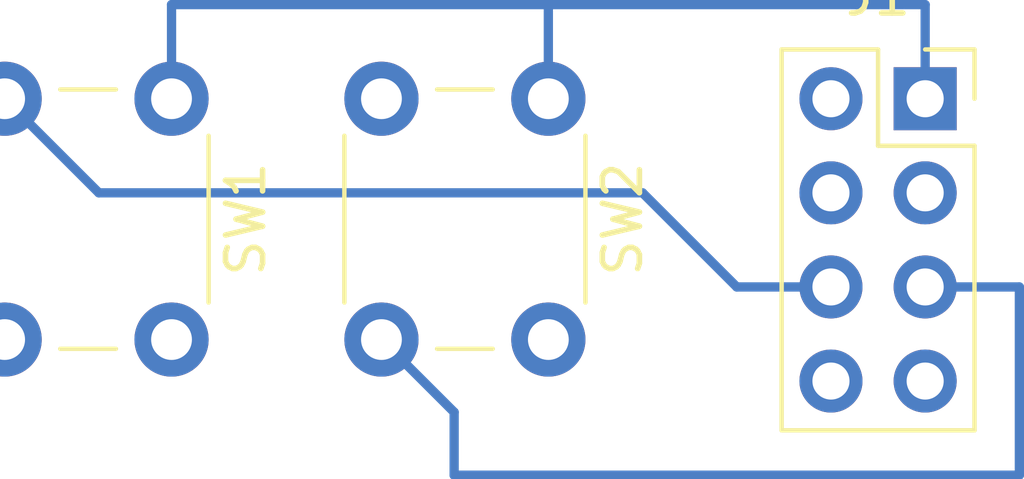
<source format=kicad_pcb>
(kicad_pcb (version 20171130) (host pcbnew "(5.0.1-3-g963ef8bb5)")

  (general
    (thickness 1.6)
    (drawings 1)
    (tracks 14)
    (zones 0)
    (modules 3)
    (nets 9)
  )

  (page A4)
  (title_block
    (title "ESP8266 Programmer Button Extension")
    (date 2019-01-27)
    (rev 1.0)
    (company "Dr. Thorsten Ludewig")
  )

  (layers
    (0 F.Cu signal hide)
    (31 B.Cu signal)
    (32 B.Adhes user hide)
    (33 F.Adhes user hide)
    (34 B.Paste user hide)
    (35 F.Paste user hide)
    (36 B.SilkS user hide)
    (37 F.SilkS user hide)
    (38 B.Mask user hide)
    (39 F.Mask user hide)
    (40 Dwgs.User user hide)
    (41 Cmts.User user hide)
    (42 Eco1.User user hide)
    (43 Eco2.User user hide)
    (44 Edge.Cuts user hide)
    (45 Margin user hide)
    (46 B.CrtYd user hide)
    (47 F.CrtYd user)
    (48 B.Fab user hide)
    (49 F.Fab user)
  )

  (setup
    (last_trace_width 0.25)
    (trace_clearance 0.2)
    (zone_clearance 0.508)
    (zone_45_only no)
    (trace_min 0.2)
    (segment_width 0.2)
    (edge_width 0.15)
    (via_size 0.8)
    (via_drill 0.4)
    (via_min_size 0.4)
    (via_min_drill 0.3)
    (uvia_size 0.3)
    (uvia_drill 0.1)
    (uvias_allowed no)
    (uvia_min_size 0.2)
    (uvia_min_drill 0.1)
    (pcb_text_width 0.3)
    (pcb_text_size 1.5 1.5)
    (mod_edge_width 0.15)
    (mod_text_size 1 1)
    (mod_text_width 0.15)
    (pad_size 1.524 1.524)
    (pad_drill 0.762)
    (pad_to_mask_clearance 0.051)
    (solder_mask_min_width 0.25)
    (aux_axis_origin 0 0)
    (visible_elements FFFFFF7F)
    (pcbplotparams
      (layerselection 0x00000_fffffffe)
      (usegerberextensions false)
      (usegerberattributes false)
      (usegerberadvancedattributes false)
      (creategerberjobfile false)
      (excludeedgelayer true)
      (linewidth 0.100000)
      (plotframeref false)
      (viasonmask false)
      (mode 1)
      (useauxorigin false)
      (hpglpennumber 1)
      (hpglpenspeed 20)
      (hpglpendiameter 15.000000)
      (psnegative false)
      (psa4output false)
      (plotreference true)
      (plotvalue true)
      (plotinvisibletext false)
      (padsonsilk false)
      (subtractmaskfromsilk false)
      (outputformat 4)
      (mirror true)
      (drillshape 0)
      (scaleselection 1)
      (outputdirectory ""))
  )

  (net 0 "")
  (net 1 GND)
  (net 2 "Net-(J1-Pad2)")
  (net 3 "Net-(J1-Pad3)")
  (net 4 "Net-(J1-Pad4)")
  (net 5 "Net-(J1-Pad5)")
  (net 6 "Net-(J1-Pad6)")
  (net 7 "Net-(J1-Pad7)")
  (net 8 "Net-(J1-Pad8)")

  (net_class Default "Dies ist die voreingestellte Netzklasse."
    (clearance 0.2)
    (trace_width 0.25)
    (via_dia 0.8)
    (via_drill 0.4)
    (uvia_dia 0.3)
    (uvia_drill 0.1)
    (add_net GND)
    (add_net "Net-(J1-Pad2)")
    (add_net "Net-(J1-Pad3)")
    (add_net "Net-(J1-Pad4)")
    (add_net "Net-(J1-Pad5)")
    (add_net "Net-(J1-Pad6)")
    (add_net "Net-(J1-Pad7)")
    (add_net "Net-(J1-Pad8)")
  )

  (module Connector_PinSocket_2.54mm:PinSocket_2x04_P2.54mm_Vertical (layer F.Cu) (tedit 5A19A422) (tstamp 5C53A2B5)
    (at 134.62 81.28)
    (descr "Through hole straight socket strip, 2x04, 2.54mm pitch, double cols (from Kicad 4.0.7), script generated")
    (tags "Through hole socket strip THT 2x04 2.54mm double row")
    (path /5C4DA254)
    (fp_text reference J1 (at -1.27 -2.77) (layer F.SilkS)
      (effects (font (size 1 1) (thickness 0.15)))
    )
    (fp_text value "ESP8266-01 Conn" (at -1.27 10.39) (layer F.Fab)
      (effects (font (size 1 1) (thickness 0.15)))
    )
    (fp_line (start -3.81 -1.27) (end 0.27 -1.27) (layer F.Fab) (width 0.1))
    (fp_line (start 0.27 -1.27) (end 1.27 -0.27) (layer F.Fab) (width 0.1))
    (fp_line (start 1.27 -0.27) (end 1.27 8.89) (layer F.Fab) (width 0.1))
    (fp_line (start 1.27 8.89) (end -3.81 8.89) (layer F.Fab) (width 0.1))
    (fp_line (start -3.81 8.89) (end -3.81 -1.27) (layer F.Fab) (width 0.1))
    (fp_line (start -3.87 -1.33) (end -1.27 -1.33) (layer F.SilkS) (width 0.12))
    (fp_line (start -3.87 -1.33) (end -3.87 8.95) (layer F.SilkS) (width 0.12))
    (fp_line (start -3.87 8.95) (end 1.33 8.95) (layer F.SilkS) (width 0.12))
    (fp_line (start 1.33 1.27) (end 1.33 8.95) (layer F.SilkS) (width 0.12))
    (fp_line (start -1.27 1.27) (end 1.33 1.27) (layer F.SilkS) (width 0.12))
    (fp_line (start -1.27 -1.33) (end -1.27 1.27) (layer F.SilkS) (width 0.12))
    (fp_line (start 1.33 -1.33) (end 1.33 0) (layer F.SilkS) (width 0.12))
    (fp_line (start 0 -1.33) (end 1.33 -1.33) (layer F.SilkS) (width 0.12))
    (fp_line (start -4.34 -1.8) (end 1.76 -1.8) (layer F.CrtYd) (width 0.05))
    (fp_line (start 1.76 -1.8) (end 1.76 9.4) (layer F.CrtYd) (width 0.05))
    (fp_line (start 1.76 9.4) (end -4.34 9.4) (layer F.CrtYd) (width 0.05))
    (fp_line (start -4.34 9.4) (end -4.34 -1.8) (layer F.CrtYd) (width 0.05))
    (fp_text user %R (at -1.27 3.81 90) (layer F.Fab)
      (effects (font (size 1 1) (thickness 0.15)))
    )
    (pad 1 thru_hole rect (at 0 0) (size 1.7 1.7) (drill 1) (layers *.Cu *.Mask)
      (net 1 GND))
    (pad 2 thru_hole oval (at -2.54 0) (size 1.7 1.7) (drill 1) (layers *.Cu *.Mask)
      (net 2 "Net-(J1-Pad2)"))
    (pad 3 thru_hole oval (at 0 2.54) (size 1.7 1.7) (drill 1) (layers *.Cu *.Mask)
      (net 3 "Net-(J1-Pad3)"))
    (pad 4 thru_hole oval (at -2.54 2.54) (size 1.7 1.7) (drill 1) (layers *.Cu *.Mask)
      (net 4 "Net-(J1-Pad4)"))
    (pad 5 thru_hole oval (at 0 5.08) (size 1.7 1.7) (drill 1) (layers *.Cu *.Mask)
      (net 5 "Net-(J1-Pad5)"))
    (pad 6 thru_hole oval (at -2.54 5.08) (size 1.7 1.7) (drill 1) (layers *.Cu *.Mask)
      (net 6 "Net-(J1-Pad6)"))
    (pad 7 thru_hole oval (at 0 7.62) (size 1.7 1.7) (drill 1) (layers *.Cu *.Mask)
      (net 7 "Net-(J1-Pad7)"))
    (pad 8 thru_hole oval (at -2.54 7.62) (size 1.7 1.7) (drill 1) (layers *.Cu *.Mask)
      (net 8 "Net-(J1-Pad8)"))
    (model ${KISYS3DMOD}/Connector_PinSocket_2.54mm.3dshapes/PinSocket_2x04_P2.54mm_Vertical.wrl
      (at (xyz 0 0 0))
      (scale (xyz 1 1 1))
      (rotate (xyz 0 0 0))
    )
  )

  (module Button_Switch_THT:SW_PUSH_6mm (layer F.Cu) (tedit 5A02FE31) (tstamp 5C539C9A)
    (at 114.3 81.28 270)
    (descr https://www.omron.com/ecb/products/pdf/en-b3f.pdf)
    (tags "tact sw push 6mm")
    (path /5C4DA328)
    (fp_text reference SW1 (at 3.25 -2 270) (layer F.SilkS)
      (effects (font (size 1 1) (thickness 0.15)))
    )
    (fp_text value RESET (at 3.75 6.7 270) (layer F.Fab)
      (effects (font (size 1 1) (thickness 0.15)))
    )
    (fp_text user %R (at 3.25 2.25 270) (layer F.Fab)
      (effects (font (size 1 1) (thickness 0.15)))
    )
    (fp_line (start 3.25 -0.75) (end 6.25 -0.75) (layer F.Fab) (width 0.1))
    (fp_line (start 6.25 -0.75) (end 6.25 5.25) (layer F.Fab) (width 0.1))
    (fp_line (start 6.25 5.25) (end 0.25 5.25) (layer F.Fab) (width 0.1))
    (fp_line (start 0.25 5.25) (end 0.25 -0.75) (layer F.Fab) (width 0.1))
    (fp_line (start 0.25 -0.75) (end 3.25 -0.75) (layer F.Fab) (width 0.1))
    (fp_line (start 7.75 6) (end 8 6) (layer F.CrtYd) (width 0.05))
    (fp_line (start 8 6) (end 8 5.75) (layer F.CrtYd) (width 0.05))
    (fp_line (start 7.75 -1.5) (end 8 -1.5) (layer F.CrtYd) (width 0.05))
    (fp_line (start 8 -1.5) (end 8 -1.25) (layer F.CrtYd) (width 0.05))
    (fp_line (start -1.5 -1.25) (end -1.5 -1.5) (layer F.CrtYd) (width 0.05))
    (fp_line (start -1.5 -1.5) (end -1.25 -1.5) (layer F.CrtYd) (width 0.05))
    (fp_line (start -1.5 5.75) (end -1.5 6) (layer F.CrtYd) (width 0.05))
    (fp_line (start -1.5 6) (end -1.25 6) (layer F.CrtYd) (width 0.05))
    (fp_line (start -1.25 -1.5) (end 7.75 -1.5) (layer F.CrtYd) (width 0.05))
    (fp_line (start -1.5 5.75) (end -1.5 -1.25) (layer F.CrtYd) (width 0.05))
    (fp_line (start 7.75 6) (end -1.25 6) (layer F.CrtYd) (width 0.05))
    (fp_line (start 8 -1.25) (end 8 5.75) (layer F.CrtYd) (width 0.05))
    (fp_line (start 1 5.5) (end 5.5 5.5) (layer F.SilkS) (width 0.12))
    (fp_line (start -0.25 1.5) (end -0.25 3) (layer F.SilkS) (width 0.12))
    (fp_line (start 5.5 -1) (end 1 -1) (layer F.SilkS) (width 0.12))
    (fp_line (start 6.75 3) (end 6.75 1.5) (layer F.SilkS) (width 0.12))
    (fp_circle (center 3.25 2.25) (end 1.25 2.5) (layer F.Fab) (width 0.1))
    (pad 2 thru_hole circle (at 0 4.5) (size 2 2) (drill 1.1) (layers *.Cu *.Mask)
      (net 6 "Net-(J1-Pad6)"))
    (pad 1 thru_hole circle (at 0 0) (size 2 2) (drill 1.1) (layers *.Cu *.Mask)
      (net 1 GND))
    (pad 2 thru_hole circle (at 6.5 4.5) (size 2 2) (drill 1.1) (layers *.Cu *.Mask)
      (net 6 "Net-(J1-Pad6)"))
    (pad 1 thru_hole circle (at 6.5 0) (size 2 2) (drill 1.1) (layers *.Cu *.Mask)
      (net 1 GND))
    (model ${KISYS3DMOD}/Button_Switch_THT.3dshapes/SW_PUSH_6mm.wrl
      (at (xyz 0 0 0))
      (scale (xyz 1 1 1))
      (rotate (xyz 0 0 0))
    )
  )

  (module Button_Switch_THT:SW_PUSH_6mm (layer F.Cu) (tedit 5A02FE31) (tstamp 5C539CB9)
    (at 124.46 81.28 270)
    (descr https://www.omron.com/ecb/products/pdf/en-b3f.pdf)
    (tags "tact sw push 6mm")
    (path /5C4DA392)
    (fp_text reference SW2 (at 3.25 -2 270) (layer F.SilkS)
      (effects (font (size 1 1) (thickness 0.15)))
    )
    (fp_text value GPIO0 (at 3.75 6.7 270) (layer F.Fab)
      (effects (font (size 1 1) (thickness 0.15)))
    )
    (fp_circle (center 3.25 2.25) (end 1.25 2.5) (layer F.Fab) (width 0.1))
    (fp_line (start 6.75 3) (end 6.75 1.5) (layer F.SilkS) (width 0.12))
    (fp_line (start 5.5 -1) (end 1 -1) (layer F.SilkS) (width 0.12))
    (fp_line (start -0.25 1.5) (end -0.25 3) (layer F.SilkS) (width 0.12))
    (fp_line (start 1 5.5) (end 5.5 5.5) (layer F.SilkS) (width 0.12))
    (fp_line (start 8 -1.25) (end 8 5.75) (layer F.CrtYd) (width 0.05))
    (fp_line (start 7.75 6) (end -1.25 6) (layer F.CrtYd) (width 0.05))
    (fp_line (start -1.5 5.75) (end -1.5 -1.25) (layer F.CrtYd) (width 0.05))
    (fp_line (start -1.25 -1.5) (end 7.75 -1.5) (layer F.CrtYd) (width 0.05))
    (fp_line (start -1.5 6) (end -1.25 6) (layer F.CrtYd) (width 0.05))
    (fp_line (start -1.5 5.75) (end -1.5 6) (layer F.CrtYd) (width 0.05))
    (fp_line (start -1.5 -1.5) (end -1.25 -1.5) (layer F.CrtYd) (width 0.05))
    (fp_line (start -1.5 -1.25) (end -1.5 -1.5) (layer F.CrtYd) (width 0.05))
    (fp_line (start 8 -1.5) (end 8 -1.25) (layer F.CrtYd) (width 0.05))
    (fp_line (start 7.75 -1.5) (end 8 -1.5) (layer F.CrtYd) (width 0.05))
    (fp_line (start 8 6) (end 8 5.75) (layer F.CrtYd) (width 0.05))
    (fp_line (start 7.75 6) (end 8 6) (layer F.CrtYd) (width 0.05))
    (fp_line (start 0.25 -0.75) (end 3.25 -0.75) (layer F.Fab) (width 0.1))
    (fp_line (start 0.25 5.25) (end 0.25 -0.75) (layer F.Fab) (width 0.1))
    (fp_line (start 6.25 5.25) (end 0.25 5.25) (layer F.Fab) (width 0.1))
    (fp_line (start 6.25 -0.75) (end 6.25 5.25) (layer F.Fab) (width 0.1))
    (fp_line (start 3.25 -0.75) (end 6.25 -0.75) (layer F.Fab) (width 0.1))
    (fp_text user %R (at 3.25 2.25 270) (layer F.Fab)
      (effects (font (size 1 1) (thickness 0.15)))
    )
    (pad 1 thru_hole circle (at 6.5 0) (size 2 2) (drill 1.1) (layers *.Cu *.Mask)
      (net 1 GND))
    (pad 2 thru_hole circle (at 6.5 4.5) (size 2 2) (drill 1.1) (layers *.Cu *.Mask)
      (net 5 "Net-(J1-Pad5)"))
    (pad 1 thru_hole circle (at 0 0) (size 2 2) (drill 1.1) (layers *.Cu *.Mask)
      (net 1 GND))
    (pad 2 thru_hole circle (at 0 4.5) (size 2 2) (drill 1.1) (layers *.Cu *.Mask)
      (net 5 "Net-(J1-Pad5)"))
    (model ${KISYS3DMOD}/Button_Switch_THT.3dshapes/SW_PUSH_6mm.wrl
      (at (xyz 0 0 0))
      (scale (xyz 1 1 1))
      (rotate (xyz 0 0 0))
    )
  )

  (gr_poly (pts (xy 106.68 76.2) (xy 139.7 76.2) (xy 139.7 93.98) (xy 106.68 93.98)) (layer Margin) (width 0.15))

  (segment (start 134.62 81.28) (end 134.62 78.74) (width 0.25) (layer B.Cu) (net 1))
  (segment (start 134.62 78.74) (end 124.46 78.74) (width 0.25) (layer B.Cu) (net 1))
  (segment (start 124.46 78.74) (end 124.46 81.28) (width 0.25) (layer B.Cu) (net 1))
  (segment (start 124.46 78.74) (end 114.3 78.74) (width 0.25) (layer B.Cu) (net 1))
  (segment (start 114.3 81.28) (end 114.3 78.74) (width 0.25) (layer B.Cu) (net 1))
  (segment (start 134.62 86.36) (end 137.16 86.36) (width 0.25) (layer B.Cu) (net 5))
  (segment (start 137.16 86.36) (end 137.16 91.44) (width 0.25) (layer B.Cu) (net 5))
  (segment (start 137.16 91.44) (end 121.92 91.44) (width 0.25) (layer B.Cu) (net 5))
  (segment (start 121.92 89.74) (end 119.96 87.78) (width 0.25) (layer B.Cu) (net 5))
  (segment (start 121.92 91.44) (end 121.92 89.74) (width 0.25) (layer B.Cu) (net 5))
  (segment (start 132.08 86.36) (end 129.54 86.36) (width 0.25) (layer B.Cu) (net 6))
  (segment (start 129.54 86.36) (end 127 83.82) (width 0.25) (layer B.Cu) (net 6))
  (segment (start 112.34 83.82) (end 109.8 81.28) (width 0.25) (layer B.Cu) (net 6))
  (segment (start 127 83.82) (end 112.34 83.82) (width 0.25) (layer B.Cu) (net 6))

)

</source>
